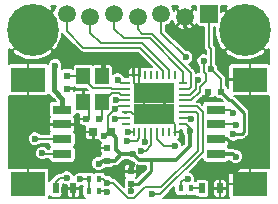
<source format=gtl>
G04 #@! TF.FileFunction,Copper,L1,Top,Signal*
%FSLAX46Y46*%
G04 Gerber Fmt 4.6, Leading zero omitted, Abs format (unit mm)*
G04 Created by KiCad (PCBNEW 4.0.7) date 02/04/18 23:39:56*
%MOMM*%
%LPD*%
G01*
G04 APERTURE LIST*
%ADD10C,0.100000*%
%ADD11R,0.600000X0.500000*%
%ADD12C,4.400000*%
%ADD13R,0.800000X0.750000*%
%ADD14R,0.500000X0.600000*%
%ADD15R,1.600000X0.800000*%
%ADD16R,3.000000X2.100000*%
%ADD17R,0.400000X0.600000*%
%ADD18R,0.700000X0.250000*%
%ADD19R,0.250000X0.700000*%
%ADD20R,1.725000X1.725000*%
%ADD21R,1.150000X1.400000*%
%ADD22R,0.500000X0.900000*%
%ADD23C,1.500000*%
%ADD24R,1.500000X1.500000*%
%ADD25C,0.600000*%
%ADD26C,0.250000*%
%ADD27C,0.200000*%
%ADD28C,0.160000*%
%ADD29C,0.300000*%
%ADD30C,0.180000*%
%ADD31C,0.400000*%
G04 APERTURE END LIST*
D10*
D11*
X18350000Y9400000D03*
X17250000Y9400000D03*
D12*
X20400000Y14600000D03*
X2400000Y14600000D03*
D13*
X9050000Y6000000D03*
X7550000Y6000000D03*
D11*
X8050000Y7100000D03*
X6950000Y7100000D03*
D14*
X5300000Y10750000D03*
X5300000Y9650000D03*
X8700000Y3550000D03*
X8700000Y4650000D03*
D15*
X17900000Y7875000D03*
X17900000Y6625000D03*
X17900000Y5375000D03*
X17900000Y4125000D03*
D16*
X20800000Y1575000D03*
X20800000Y10425000D03*
D15*
X4900000Y4125000D03*
X4900000Y5375000D03*
X4900000Y6625000D03*
X4900000Y7875000D03*
D16*
X2000000Y10425000D03*
X2000000Y1575000D03*
D17*
X7150000Y2000000D03*
X8050000Y2000000D03*
X7150000Y1000000D03*
X8050000Y1000000D03*
X14950000Y1200000D03*
X15850000Y1200000D03*
D18*
X10300000Y10150000D03*
X10300000Y9650000D03*
X10300000Y9150000D03*
X10300000Y8650000D03*
X10300000Y8150000D03*
X10300000Y7650000D03*
X10300000Y7150000D03*
X10300000Y6650000D03*
D19*
X10950000Y6000000D03*
X11450000Y6000000D03*
X11950000Y6000000D03*
X12450000Y6000000D03*
X12950000Y6000000D03*
X13450000Y6000000D03*
X13950000Y6000000D03*
X14450000Y6000000D03*
D18*
X15100000Y6650000D03*
X15100000Y7150000D03*
X15100000Y7650000D03*
X15100000Y8150000D03*
X15100000Y8650000D03*
X15100000Y9150000D03*
X15100000Y9650000D03*
X15100000Y10150000D03*
D19*
X14450000Y10800000D03*
X13950000Y10800000D03*
X13450000Y10800000D03*
X12950000Y10800000D03*
X12450000Y10800000D03*
X11950000Y10800000D03*
X11450000Y10800000D03*
X10950000Y10800000D03*
D20*
X13562500Y7537500D03*
X13562500Y9262500D03*
X11837500Y7537500D03*
X11837500Y9262500D03*
D21*
X6700000Y8500000D03*
X6700000Y10700000D03*
X8300000Y10700000D03*
X8300000Y8500000D03*
D22*
X5850000Y1200000D03*
X4350000Y1200000D03*
X18250000Y1200000D03*
X16750000Y1200000D03*
D14*
X10700000Y1550000D03*
X10700000Y2650000D03*
D23*
X5300000Y16000000D03*
X7300000Y15700000D03*
X9300000Y16000000D03*
X11300000Y15700000D03*
X13300000Y16000000D03*
D24*
X17300000Y16000000D03*
D23*
X15300000Y15700000D03*
D25*
X6450000Y2000000D03*
X8450000Y5650000D03*
X9400000Y7900000D03*
X8000000Y3300000D03*
X15700000Y6100000D03*
X10900000Y4100000D03*
X10700000Y1000000D03*
X19400000Y5800000D03*
X17500000Y11300000D03*
X9600000Y10400000D03*
X5100000Y1100000D03*
X6500000Y2800000D03*
X20100000Y8800000D03*
X19200000Y2700000D03*
X16100000Y11600000D03*
X6400000Y4700000D03*
X11500000Y8700000D03*
X10800000Y3200000D03*
X17000000Y8900000D03*
X11000000Y11900000D03*
X8500000Y11900000D03*
X9500000Y8700000D03*
X15400000Y12300000D03*
X19600000Y3900000D03*
X4300000Y11600000D03*
X3200000Y4200000D03*
X19400000Y7600000D03*
X2600000Y5400000D03*
X19600000Y6600000D03*
X10400000Y5200000D03*
X8700000Y1700000D03*
X12500000Y700000D03*
X8700000Y900000D03*
X9400000Y7100000D03*
X14450000Y4800000D03*
X15530000Y1990000D03*
X15800000Y7100000D03*
X16900000Y12000000D03*
X16400000Y10400000D03*
X11900000Y5100000D03*
X10500000Y6000000D03*
X11600000Y4400000D03*
X5300000Y2100000D03*
D26*
X20300000Y6000000D02*
X20300000Y7600000D01*
X20300000Y7600000D02*
X19200000Y8700000D01*
D27*
X6450000Y2000000D02*
X7150000Y2000000D01*
D26*
X10700000Y1550000D02*
X11300000Y1550000D01*
X12450000Y2700000D02*
X12450000Y3600000D01*
X11300000Y1550000D02*
X12450000Y2700000D01*
D28*
X8450000Y5650000D02*
X8800000Y6000000D01*
X8800000Y6000000D02*
X9050000Y6000000D01*
D27*
X9400000Y7900000D02*
X8800000Y7300000D01*
D28*
X9650000Y8150000D02*
X9400000Y7900000D01*
X10300000Y8150000D02*
X9650000Y8150000D01*
D27*
X8800000Y7300000D02*
X8800000Y6250000D01*
X8800000Y6250000D02*
X9050000Y6000000D01*
D29*
X9900000Y4100000D02*
X9500000Y4500000D01*
X9500000Y5500000D02*
X9050000Y5950000D01*
X9500000Y5300000D02*
X9500000Y5500000D01*
X9500000Y4500000D02*
X9500000Y5300000D01*
X9050000Y5950000D02*
X9050000Y6000000D01*
X10900000Y4100000D02*
X9900000Y4100000D01*
X9350000Y3550000D02*
X8700000Y3550000D01*
X9900000Y4100000D02*
X9350000Y3550000D01*
X8700000Y3550000D02*
X8350000Y3550000D01*
X8350000Y3550000D02*
X8000000Y3300000D01*
X10900000Y4100000D02*
X11400000Y3600000D01*
X11400000Y3600000D02*
X12450000Y3600000D01*
X15700000Y4800000D02*
X15700000Y6100000D01*
X12450000Y3600000D02*
X14500000Y3600000D01*
X14500000Y3600000D02*
X15700000Y4800000D01*
D28*
X15100000Y6650000D02*
X15350000Y6650000D01*
X15350000Y6650000D02*
X15700000Y6300000D01*
X15700000Y6300000D02*
X15700000Y6100000D01*
X7150000Y1000000D02*
X7150000Y2000000D01*
X10700000Y1000000D02*
X10700000Y1550000D01*
D27*
X17300000Y16000000D02*
X17300000Y13200000D01*
X17500000Y13000000D02*
X17500000Y11300000D01*
X17300000Y13200000D02*
X17500000Y13000000D01*
D26*
X19050000Y8700000D02*
X18350000Y9400000D01*
X19200000Y8700000D02*
X19050000Y8700000D01*
X20100000Y5800000D02*
X20300000Y6000000D01*
X19400000Y5800000D02*
X20100000Y5800000D01*
D27*
X18350000Y9400000D02*
X18350000Y10450000D01*
X18350000Y10450000D02*
X17500000Y11300000D01*
D28*
X10300000Y10150000D02*
X9850000Y10150000D01*
X9850000Y10150000D02*
X9600000Y10400000D01*
D29*
X20400000Y4700000D02*
X21200000Y4700000D01*
X19200000Y2700000D02*
X19600000Y2700000D01*
X19600000Y2700000D02*
X21200000Y4300000D01*
X21200000Y4300000D02*
X21200000Y4700000D01*
X21200000Y4700000D02*
X21200000Y5500000D01*
D27*
X5850000Y1200000D02*
X5200000Y1200000D01*
X5200000Y1200000D02*
X5100000Y1100000D01*
D29*
X19500000Y4700000D02*
X20400000Y4700000D01*
X21200000Y5500000D02*
X21200000Y7700000D01*
X21200000Y7700000D02*
X20100000Y8800000D01*
X18825000Y5375000D02*
X17900000Y5375000D01*
X19500000Y4700000D02*
X18825000Y5375000D01*
X16100000Y11600000D02*
X16100000Y14100000D01*
X16100000Y14100000D02*
X15300000Y14900000D01*
X15300000Y14900000D02*
X15300000Y15700000D01*
D28*
X11500000Y8700000D02*
X11837500Y9037500D01*
X11837500Y9037500D02*
X11837500Y9262500D01*
X7150000Y7100000D02*
X7150000Y8050000D01*
X7150000Y8050000D02*
X6700000Y8500000D01*
X10700000Y2650000D02*
X10700000Y3100000D01*
X10700000Y3100000D02*
X10800000Y3200000D01*
X10950000Y10800000D02*
X10950000Y10150000D01*
X10950000Y10150000D02*
X11837500Y9262500D01*
X14450000Y6000000D02*
X14450000Y6650000D01*
X14450000Y6650000D02*
X13562500Y7537500D01*
X11450000Y10800000D02*
X11450000Y9650000D01*
X11450000Y9650000D02*
X11837500Y9262500D01*
X11837500Y7537500D02*
X10862500Y7537500D01*
X10750000Y7650000D02*
X10300000Y7650000D01*
X10862500Y7537500D02*
X10750000Y7650000D01*
D26*
X17250000Y9400000D02*
X17250000Y9150000D01*
X17250000Y9150000D02*
X17000000Y8900000D01*
D30*
X11450000Y10800000D02*
X11450000Y11450000D01*
X11450000Y11450000D02*
X11000000Y11900000D01*
X10950000Y11850000D02*
X10950000Y10800000D01*
X11000000Y11900000D02*
X10950000Y11850000D01*
D28*
X8500000Y10700000D02*
X8500000Y11900000D01*
X6900000Y8500000D02*
X6900000Y8600000D01*
X7150000Y8250000D02*
X6900000Y8500000D01*
X10300000Y8650000D02*
X9550000Y8650000D01*
X9550000Y8650000D02*
X9500000Y8700000D01*
X13300000Y14400000D02*
X13300000Y16000000D01*
X15400000Y12300000D02*
X13300000Y14400000D01*
D29*
X17900000Y4125000D02*
X19375000Y4125000D01*
X19375000Y4125000D02*
X19600000Y3900000D01*
D31*
X4900000Y8800000D02*
X4900000Y7875000D01*
X4300000Y11600000D02*
X4200000Y11500000D01*
X4200000Y11500000D02*
X4200000Y9500000D01*
X4200000Y9500000D02*
X4900000Y8800000D01*
D28*
X8250000Y7100000D02*
X8250000Y8450000D01*
X8250000Y8450000D02*
X8300000Y8500000D01*
X10300000Y9150000D02*
X9850000Y9150000D01*
X9100000Y9300000D02*
X8300000Y8500000D01*
X9700000Y9300000D02*
X9100000Y9300000D01*
X9850000Y9150000D02*
X9700000Y9300000D01*
X8250000Y8250000D02*
X8500000Y8500000D01*
X8500000Y8500000D02*
X8500000Y8600000D01*
X5300000Y10750000D02*
X6650000Y10750000D01*
X6650000Y10750000D02*
X6700000Y10700000D01*
X10300000Y9650000D02*
X9150000Y9650000D01*
X7500000Y9700000D02*
X6700000Y10500000D01*
X9100000Y9700000D02*
X7500000Y9700000D01*
X9150000Y9650000D02*
X9100000Y9700000D01*
X6700000Y10500000D02*
X6700000Y10700000D01*
X6550000Y10350000D02*
X6900000Y10700000D01*
X6900000Y10700000D02*
X6900000Y10600000D01*
X12300000Y14300000D02*
X12500000Y14300000D01*
X12500000Y14300000D02*
X15800000Y11000000D01*
X11300000Y15700000D02*
X11300000Y14700000D01*
X15650000Y9650000D02*
X15100000Y9650000D01*
X15800000Y9800000D02*
X15650000Y9650000D01*
X15800000Y11000000D02*
X15800000Y9800000D01*
X11700000Y14300000D02*
X12300000Y14300000D01*
X11300000Y14700000D02*
X11700000Y14300000D01*
X11900000Y13900000D02*
X12300000Y13900000D01*
X12300000Y13900000D02*
X15100000Y11100000D01*
X9300000Y16000000D02*
X9300000Y14700000D01*
X15100000Y11100000D02*
X15100000Y10150000D01*
X10100000Y13900000D02*
X11900000Y13900000D01*
X9300000Y14700000D02*
X10100000Y13900000D01*
X11400000Y13500000D02*
X11700000Y13500000D01*
X11700000Y13500000D02*
X13950000Y11250000D01*
X13950000Y10800000D02*
X13950000Y11250000D01*
X7300000Y14400000D02*
X7300000Y15700000D01*
X8200000Y13500000D02*
X7300000Y14400000D01*
X11400000Y13500000D02*
X8200000Y13500000D01*
X13450000Y10800000D02*
X13450000Y11150000D01*
X13450000Y11150000D02*
X11500000Y13100000D01*
X5300000Y14500000D02*
X5300000Y16000000D01*
X6700000Y13100000D02*
X5300000Y14500000D01*
X11500000Y13100000D02*
X6700000Y13100000D01*
D30*
X17900000Y7875000D02*
X19125000Y7875000D01*
X3275000Y4125000D02*
X4900000Y4125000D01*
X3200000Y4200000D02*
X3275000Y4125000D01*
X19125000Y7875000D02*
X19400000Y7600000D01*
X17900000Y6625000D02*
X19575000Y6625000D01*
X2625000Y5375000D02*
X4900000Y5375000D01*
X2600000Y5400000D02*
X2625000Y5375000D01*
X19575000Y6625000D02*
X19600000Y6600000D01*
D28*
X11450000Y5450000D02*
X11450000Y6000000D01*
X11200000Y5200000D02*
X11450000Y5450000D01*
X10900000Y5200000D02*
X11200000Y5200000D01*
X10400000Y5200000D02*
X10900000Y5200000D01*
X15100000Y7650000D02*
X16250000Y7650000D01*
X9200000Y1700000D02*
X8700000Y1700000D01*
X10500000Y400000D02*
X9200000Y1700000D01*
X11000000Y400000D02*
X10500000Y400000D01*
X11900000Y1300000D02*
X11000000Y400000D01*
X13300000Y1300000D02*
X11900000Y1300000D01*
X16400000Y4400000D02*
X13300000Y1300000D01*
X16400000Y7500000D02*
X16400000Y4400000D01*
X16250000Y7650000D02*
X16400000Y7500000D01*
X8400000Y2000000D02*
X8050000Y2000000D01*
X8700000Y1700000D02*
X8400000Y2000000D01*
X15100000Y8150000D02*
X16350000Y8150000D01*
X13200000Y700000D02*
X12500000Y700000D01*
X16800000Y4300000D02*
X13200000Y700000D01*
X16800000Y7700000D02*
X16800000Y4300000D01*
X16350000Y8150000D02*
X16800000Y7700000D01*
X8600000Y1000000D02*
X8050000Y1000000D01*
X8700000Y900000D02*
X8600000Y1000000D01*
X10300000Y7150000D02*
X9450000Y7150000D01*
X9450000Y7150000D02*
X9400000Y7100000D01*
X12950000Y5350000D02*
X13500000Y4800000D01*
X13500000Y4800000D02*
X14450000Y4800000D01*
X12950000Y6000000D02*
X12950000Y5350000D01*
X14950000Y1770000D02*
X14950000Y1200000D01*
X15140000Y1960000D02*
X14950000Y1770000D01*
X15500000Y1960000D02*
X15140000Y1960000D01*
X15530000Y1990000D02*
X15500000Y1960000D01*
X15100000Y7150000D02*
X15750000Y7150000D01*
X15750000Y7150000D02*
X15800000Y7100000D01*
X15100000Y8650000D02*
X15850000Y8650000D01*
X16900000Y11100000D02*
X16900000Y12000000D01*
X17100000Y10900000D02*
X16900000Y11100000D01*
X17100000Y10300000D02*
X17100000Y10900000D01*
X16600000Y9800000D02*
X17100000Y10300000D01*
X16600000Y9400000D02*
X16600000Y9800000D01*
X15850000Y8650000D02*
X16600000Y9400000D01*
X15750000Y9150000D02*
X15100000Y9150000D01*
X16200000Y9600000D02*
X15750000Y9150000D01*
X16200000Y10200000D02*
X16200000Y9600000D01*
X16400000Y10400000D02*
X16200000Y10200000D01*
X11950000Y6000000D02*
X11950000Y5150000D01*
X11950000Y5150000D02*
X11900000Y5100000D01*
X10500000Y6000000D02*
X10950000Y6000000D01*
X12000000Y4400000D02*
X12450000Y4850000D01*
X11800000Y4400000D02*
X12000000Y4400000D01*
X11600000Y4400000D02*
X11800000Y4400000D01*
X12450000Y6000000D02*
X12450000Y4850000D01*
D27*
X4350000Y1200000D02*
X4350000Y1750000D01*
X4700000Y2100000D02*
X5300000Y2100000D01*
X4350000Y1750000D02*
X4700000Y2100000D01*
D28*
X15850000Y1200000D02*
X16750000Y1200000D01*
G36*
X4942668Y1566224D02*
X5174136Y1470110D01*
X5270000Y1470026D01*
X5270000Y1302500D01*
X5352500Y1220000D01*
X5830000Y1220000D01*
X5830000Y1240000D01*
X5870000Y1240000D01*
X5870000Y1220000D01*
X6347500Y1220000D01*
X6430000Y1302500D01*
X6430000Y1370017D01*
X6574765Y1369891D01*
X6632521Y1393755D01*
X6613535Y1300000D01*
X6613535Y700000D01*
X6636546Y577709D01*
X6708819Y465393D01*
X6819096Y390044D01*
X6868694Y380000D01*
X3797129Y380000D01*
X3830000Y459359D01*
X3830000Y560179D01*
X3858819Y515393D01*
X3969096Y440044D01*
X4100000Y413535D01*
X4600000Y413535D01*
X4722291Y436546D01*
X4834607Y508819D01*
X4909956Y619096D01*
X4936465Y750000D01*
X4936465Y1097500D01*
X5270000Y1097500D01*
X5270000Y684359D01*
X5320240Y563070D01*
X5413070Y470239D01*
X5534359Y420000D01*
X5747500Y420000D01*
X5830000Y502500D01*
X5830000Y1180000D01*
X5870000Y1180000D01*
X5870000Y502500D01*
X5952500Y420000D01*
X6165641Y420000D01*
X6286930Y470239D01*
X6379760Y563070D01*
X6430000Y684359D01*
X6430000Y1097500D01*
X6347500Y1180000D01*
X5870000Y1180000D01*
X5830000Y1180000D01*
X5352500Y1180000D01*
X5270000Y1097500D01*
X4936465Y1097500D01*
X4936465Y1572438D01*
X4942668Y1566224D01*
X4942668Y1566224D01*
G37*
X4942668Y1566224D02*
X5174136Y1470110D01*
X5270000Y1470026D01*
X5270000Y1302500D01*
X5352500Y1220000D01*
X5830000Y1220000D01*
X5830000Y1240000D01*
X5870000Y1240000D01*
X5870000Y1220000D01*
X6347500Y1220000D01*
X6430000Y1302500D01*
X6430000Y1370017D01*
X6574765Y1369891D01*
X6632521Y1393755D01*
X6613535Y1300000D01*
X6613535Y700000D01*
X6636546Y577709D01*
X6708819Y465393D01*
X6819096Y390044D01*
X6868694Y380000D01*
X3797129Y380000D01*
X3830000Y459359D01*
X3830000Y560179D01*
X3858819Y515393D01*
X3969096Y440044D01*
X4100000Y413535D01*
X4600000Y413535D01*
X4722291Y436546D01*
X4834607Y508819D01*
X4909956Y619096D01*
X4936465Y750000D01*
X4936465Y1097500D01*
X5270000Y1097500D01*
X5270000Y684359D01*
X5320240Y563070D01*
X5413070Y470239D01*
X5534359Y420000D01*
X5747500Y420000D01*
X5830000Y502500D01*
X5830000Y1180000D01*
X5870000Y1180000D01*
X5870000Y502500D01*
X5952500Y420000D01*
X6165641Y420000D01*
X6286930Y470239D01*
X6379760Y563070D01*
X6430000Y684359D01*
X6430000Y1097500D01*
X6347500Y1180000D01*
X5870000Y1180000D01*
X5830000Y1180000D01*
X5352500Y1180000D01*
X5270000Y1097500D01*
X4936465Y1097500D01*
X4936465Y1572438D01*
X4942668Y1566224D01*
G36*
X18648506Y16379778D02*
X20400000Y14628284D01*
X20414143Y14642426D01*
X20442427Y14614142D01*
X20428284Y14600000D01*
X22179778Y12848506D01*
X22420000Y13037991D01*
X22420000Y11782484D01*
X22365641Y11805000D01*
X20902500Y11805000D01*
X20820000Y11722500D01*
X20820000Y10445000D01*
X20840000Y10445000D01*
X20840000Y10405000D01*
X20820000Y10405000D01*
X20820000Y9127500D01*
X20902500Y9045000D01*
X22365641Y9045000D01*
X22420000Y9067516D01*
X22420000Y2932484D01*
X22365641Y2955000D01*
X20902500Y2955000D01*
X20820000Y2872500D01*
X20820000Y1595000D01*
X20840000Y1595000D01*
X20840000Y1555000D01*
X20820000Y1555000D01*
X20820000Y1535000D01*
X20780000Y1535000D01*
X20780000Y1555000D01*
X19052500Y1555000D01*
X18970000Y1472500D01*
X18970000Y459359D01*
X19002871Y380000D01*
X13444887Y380000D01*
X13489914Y410086D01*
X14413535Y1333707D01*
X14413535Y900000D01*
X14436546Y777709D01*
X14508819Y665393D01*
X14619096Y590044D01*
X14750000Y563535D01*
X15150000Y563535D01*
X15272291Y586546D01*
X15384607Y658819D01*
X15399255Y680257D01*
X15408819Y665393D01*
X15519096Y590044D01*
X15650000Y563535D01*
X16050000Y563535D01*
X16172291Y586546D01*
X16201103Y605086D01*
X16258819Y515393D01*
X16369096Y440044D01*
X16500000Y413535D01*
X17000000Y413535D01*
X17122291Y436546D01*
X17234607Y508819D01*
X17309956Y619096D01*
X17336465Y750000D01*
X17336465Y1097500D01*
X17670000Y1097500D01*
X17670000Y684359D01*
X17720240Y563070D01*
X17813070Y470239D01*
X17934359Y420000D01*
X18147500Y420000D01*
X18230000Y502500D01*
X18230000Y1180000D01*
X18270000Y1180000D01*
X18270000Y502500D01*
X18352500Y420000D01*
X18565641Y420000D01*
X18686930Y470239D01*
X18779760Y563070D01*
X18830000Y684359D01*
X18830000Y1097500D01*
X18747500Y1180000D01*
X18270000Y1180000D01*
X18230000Y1180000D01*
X17752500Y1180000D01*
X17670000Y1097500D01*
X17336465Y1097500D01*
X17336465Y1650000D01*
X17324114Y1715641D01*
X17670000Y1715641D01*
X17670000Y1302500D01*
X17752500Y1220000D01*
X18230000Y1220000D01*
X18230000Y1897500D01*
X18270000Y1897500D01*
X18270000Y1220000D01*
X18747500Y1220000D01*
X18830000Y1302500D01*
X18830000Y1715641D01*
X18779760Y1836930D01*
X18686930Y1929761D01*
X18565641Y1980000D01*
X18352500Y1980000D01*
X18270000Y1897500D01*
X18230000Y1897500D01*
X18147500Y1980000D01*
X17934359Y1980000D01*
X17813070Y1929761D01*
X17720240Y1836930D01*
X17670000Y1715641D01*
X17324114Y1715641D01*
X17313454Y1772291D01*
X17241181Y1884607D01*
X17130904Y1959956D01*
X17000000Y1986465D01*
X16500000Y1986465D01*
X16377709Y1963454D01*
X16265393Y1891181D01*
X16200668Y1796452D01*
X16180904Y1809956D01*
X16140767Y1818084D01*
X16159890Y1864136D01*
X16160109Y2114765D01*
X16064399Y2346400D01*
X15887332Y2523776D01*
X15686851Y2607023D01*
X15770469Y2690641D01*
X18970000Y2690641D01*
X18970000Y1677500D01*
X19052500Y1595000D01*
X20780000Y1595000D01*
X20780000Y2872500D01*
X20697500Y2955000D01*
X19234359Y2955000D01*
X19113070Y2904760D01*
X19020239Y2811930D01*
X18970000Y2690641D01*
X15770469Y2690641D01*
X16770074Y3690246D01*
X16786546Y3602709D01*
X16858819Y3490393D01*
X16969096Y3415044D01*
X17100000Y3388535D01*
X18700000Y3388535D01*
X18822291Y3411546D01*
X18934607Y3483819D01*
X19009956Y3594096D01*
X19020264Y3645000D01*
X19023703Y3645000D01*
X19065601Y3543600D01*
X19242668Y3366224D01*
X19474136Y3270110D01*
X19724765Y3269891D01*
X19956400Y3365601D01*
X20133776Y3542668D01*
X20229890Y3774136D01*
X20230109Y4024765D01*
X20134399Y4256400D01*
X19957332Y4433776D01*
X19725864Y4529890D01*
X19616272Y4529986D01*
X19558688Y4568462D01*
X19375000Y4605000D01*
X19021412Y4605000D01*
X19013454Y4647291D01*
X18945142Y4753451D01*
X18979761Y4788070D01*
X19030000Y4909359D01*
X19030000Y5272500D01*
X18947502Y5354998D01*
X18954048Y5354998D01*
X19042668Y5266224D01*
X19274136Y5170110D01*
X19524765Y5169891D01*
X19756400Y5265601D01*
X19835938Y5345000D01*
X20099995Y5345000D01*
X20100000Y5344999D01*
X20274121Y5379635D01*
X20421734Y5478266D01*
X20621731Y5678264D01*
X20621734Y5678266D01*
X20720365Y5825879D01*
X20723301Y5840641D01*
X20755001Y6000000D01*
X20755000Y6000005D01*
X20755000Y7599995D01*
X20755001Y7600000D01*
X20720365Y7774121D01*
X20621734Y7921734D01*
X19521734Y9021734D01*
X19486914Y9045000D01*
X20697500Y9045000D01*
X20780000Y9127500D01*
X20780000Y10405000D01*
X19052500Y10405000D01*
X18970000Y10322500D01*
X18970000Y9737503D01*
X18963454Y9772291D01*
X18891181Y9884607D01*
X18780904Y9959956D01*
X18780000Y9960139D01*
X18780000Y10450000D01*
X18747268Y10614554D01*
X18654056Y10754056D01*
X18129981Y11278131D01*
X18130109Y11424765D01*
X18082230Y11540641D01*
X18970000Y11540641D01*
X18970000Y10527500D01*
X19052500Y10445000D01*
X20780000Y10445000D01*
X20780000Y11722500D01*
X20697500Y11805000D01*
X19234359Y11805000D01*
X19113070Y11754760D01*
X19020239Y11661930D01*
X18970000Y11540641D01*
X18082230Y11540641D01*
X18034399Y11656400D01*
X17930000Y11760981D01*
X17930000Y12820222D01*
X18648506Y12820222D01*
X18899995Y12501394D01*
X19817278Y12087114D01*
X20823276Y12055398D01*
X21764833Y12411075D01*
X21900005Y12501394D01*
X22151494Y12820222D01*
X20400000Y14571716D01*
X18648506Y12820222D01*
X17930000Y12820222D01*
X17930000Y13000000D01*
X17897268Y13164554D01*
X17804056Y13304056D01*
X17730000Y13378112D01*
X17730000Y14913535D01*
X17878627Y14913535D01*
X17855398Y14176724D01*
X18211075Y13235167D01*
X18301394Y13099995D01*
X18620222Y12848506D01*
X20371716Y14600000D01*
X18620222Y16351494D01*
X18386465Y16167108D01*
X18386465Y16620000D01*
X18837991Y16620000D01*
X18648506Y16379778D01*
X18648506Y16379778D01*
G37*
X18648506Y16379778D02*
X20400000Y14628284D01*
X20414143Y14642426D01*
X20442427Y14614142D01*
X20428284Y14600000D01*
X22179778Y12848506D01*
X22420000Y13037991D01*
X22420000Y11782484D01*
X22365641Y11805000D01*
X20902500Y11805000D01*
X20820000Y11722500D01*
X20820000Y10445000D01*
X20840000Y10445000D01*
X20840000Y10405000D01*
X20820000Y10405000D01*
X20820000Y9127500D01*
X20902500Y9045000D01*
X22365641Y9045000D01*
X22420000Y9067516D01*
X22420000Y2932484D01*
X22365641Y2955000D01*
X20902500Y2955000D01*
X20820000Y2872500D01*
X20820000Y1595000D01*
X20840000Y1595000D01*
X20840000Y1555000D01*
X20820000Y1555000D01*
X20820000Y1535000D01*
X20780000Y1535000D01*
X20780000Y1555000D01*
X19052500Y1555000D01*
X18970000Y1472500D01*
X18970000Y459359D01*
X19002871Y380000D01*
X13444887Y380000D01*
X13489914Y410086D01*
X14413535Y1333707D01*
X14413535Y900000D01*
X14436546Y777709D01*
X14508819Y665393D01*
X14619096Y590044D01*
X14750000Y563535D01*
X15150000Y563535D01*
X15272291Y586546D01*
X15384607Y658819D01*
X15399255Y680257D01*
X15408819Y665393D01*
X15519096Y590044D01*
X15650000Y563535D01*
X16050000Y563535D01*
X16172291Y586546D01*
X16201103Y605086D01*
X16258819Y515393D01*
X16369096Y440044D01*
X16500000Y413535D01*
X17000000Y413535D01*
X17122291Y436546D01*
X17234607Y508819D01*
X17309956Y619096D01*
X17336465Y750000D01*
X17336465Y1097500D01*
X17670000Y1097500D01*
X17670000Y684359D01*
X17720240Y563070D01*
X17813070Y470239D01*
X17934359Y420000D01*
X18147500Y420000D01*
X18230000Y502500D01*
X18230000Y1180000D01*
X18270000Y1180000D01*
X18270000Y502500D01*
X18352500Y420000D01*
X18565641Y420000D01*
X18686930Y470239D01*
X18779760Y563070D01*
X18830000Y684359D01*
X18830000Y1097500D01*
X18747500Y1180000D01*
X18270000Y1180000D01*
X18230000Y1180000D01*
X17752500Y1180000D01*
X17670000Y1097500D01*
X17336465Y1097500D01*
X17336465Y1650000D01*
X17324114Y1715641D01*
X17670000Y1715641D01*
X17670000Y1302500D01*
X17752500Y1220000D01*
X18230000Y1220000D01*
X18230000Y1897500D01*
X18270000Y1897500D01*
X18270000Y1220000D01*
X18747500Y1220000D01*
X18830000Y1302500D01*
X18830000Y1715641D01*
X18779760Y1836930D01*
X18686930Y1929761D01*
X18565641Y1980000D01*
X18352500Y1980000D01*
X18270000Y1897500D01*
X18230000Y1897500D01*
X18147500Y1980000D01*
X17934359Y1980000D01*
X17813070Y1929761D01*
X17720240Y1836930D01*
X17670000Y1715641D01*
X17324114Y1715641D01*
X17313454Y1772291D01*
X17241181Y1884607D01*
X17130904Y1959956D01*
X17000000Y1986465D01*
X16500000Y1986465D01*
X16377709Y1963454D01*
X16265393Y1891181D01*
X16200668Y1796452D01*
X16180904Y1809956D01*
X16140767Y1818084D01*
X16159890Y1864136D01*
X16160109Y2114765D01*
X16064399Y2346400D01*
X15887332Y2523776D01*
X15686851Y2607023D01*
X15770469Y2690641D01*
X18970000Y2690641D01*
X18970000Y1677500D01*
X19052500Y1595000D01*
X20780000Y1595000D01*
X20780000Y2872500D01*
X20697500Y2955000D01*
X19234359Y2955000D01*
X19113070Y2904760D01*
X19020239Y2811930D01*
X18970000Y2690641D01*
X15770469Y2690641D01*
X16770074Y3690246D01*
X16786546Y3602709D01*
X16858819Y3490393D01*
X16969096Y3415044D01*
X17100000Y3388535D01*
X18700000Y3388535D01*
X18822291Y3411546D01*
X18934607Y3483819D01*
X19009956Y3594096D01*
X19020264Y3645000D01*
X19023703Y3645000D01*
X19065601Y3543600D01*
X19242668Y3366224D01*
X19474136Y3270110D01*
X19724765Y3269891D01*
X19956400Y3365601D01*
X20133776Y3542668D01*
X20229890Y3774136D01*
X20230109Y4024765D01*
X20134399Y4256400D01*
X19957332Y4433776D01*
X19725864Y4529890D01*
X19616272Y4529986D01*
X19558688Y4568462D01*
X19375000Y4605000D01*
X19021412Y4605000D01*
X19013454Y4647291D01*
X18945142Y4753451D01*
X18979761Y4788070D01*
X19030000Y4909359D01*
X19030000Y5272500D01*
X18947502Y5354998D01*
X18954048Y5354998D01*
X19042668Y5266224D01*
X19274136Y5170110D01*
X19524765Y5169891D01*
X19756400Y5265601D01*
X19835938Y5345000D01*
X20099995Y5345000D01*
X20100000Y5344999D01*
X20274121Y5379635D01*
X20421734Y5478266D01*
X20621731Y5678264D01*
X20621734Y5678266D01*
X20720365Y5825879D01*
X20723301Y5840641D01*
X20755001Y6000000D01*
X20755000Y6000005D01*
X20755000Y7599995D01*
X20755001Y7600000D01*
X20720365Y7774121D01*
X20621734Y7921734D01*
X19521734Y9021734D01*
X19486914Y9045000D01*
X20697500Y9045000D01*
X20780000Y9127500D01*
X20780000Y10405000D01*
X19052500Y10405000D01*
X18970000Y10322500D01*
X18970000Y9737503D01*
X18963454Y9772291D01*
X18891181Y9884607D01*
X18780904Y9959956D01*
X18780000Y9960139D01*
X18780000Y10450000D01*
X18747268Y10614554D01*
X18654056Y10754056D01*
X18129981Y11278131D01*
X18130109Y11424765D01*
X18082230Y11540641D01*
X18970000Y11540641D01*
X18970000Y10527500D01*
X19052500Y10445000D01*
X20780000Y10445000D01*
X20780000Y11722500D01*
X20697500Y11805000D01*
X19234359Y11805000D01*
X19113070Y11754760D01*
X19020239Y11661930D01*
X18970000Y11540641D01*
X18082230Y11540641D01*
X18034399Y11656400D01*
X17930000Y11760981D01*
X17930000Y12820222D01*
X18648506Y12820222D01*
X18899995Y12501394D01*
X19817278Y12087114D01*
X20823276Y12055398D01*
X21764833Y12411075D01*
X21900005Y12501394D01*
X22151494Y12820222D01*
X20400000Y14571716D01*
X18648506Y12820222D01*
X17930000Y12820222D01*
X17930000Y13000000D01*
X17897268Y13164554D01*
X17804056Y13304056D01*
X17730000Y13378112D01*
X17730000Y14913535D01*
X17878627Y14913535D01*
X17855398Y14176724D01*
X18211075Y13235167D01*
X18301394Y13099995D01*
X18620222Y12848506D01*
X20371716Y14600000D01*
X18620222Y16351494D01*
X18386465Y16167108D01*
X18386465Y16620000D01*
X18837991Y16620000D01*
X18648506Y16379778D01*
G36*
X4384955Y16612569D02*
X4252671Y16293996D01*
X4179778Y16351494D01*
X2428284Y14600000D01*
X4179778Y12848506D01*
X4498606Y13099995D01*
X4912886Y14017278D01*
X4923070Y14340313D01*
X5010086Y14210086D01*
X6410086Y12810086D01*
X6543099Y12721209D01*
X6700000Y12690000D01*
X11330172Y12690000D01*
X12533708Y11486465D01*
X12325000Y11486465D01*
X12202709Y11463454D01*
X12199339Y11461285D01*
X12075000Y11486465D01*
X11825000Y11486465D01*
X11702709Y11463454D01*
X11694045Y11457879D01*
X11640641Y11480000D01*
X11552500Y11480000D01*
X11470000Y11397500D01*
X11470000Y10820000D01*
X11488535Y10820000D01*
X11488535Y10780000D01*
X11470000Y10780000D01*
X11470000Y10760000D01*
X11430000Y10760000D01*
X11430000Y10780000D01*
X10970000Y10780000D01*
X10970000Y10760000D01*
X10930000Y10760000D01*
X10930000Y10780000D01*
X10577500Y10780000D01*
X10495000Y10697500D01*
X10495000Y10611465D01*
X10194285Y10611465D01*
X10134399Y10756400D01*
X9957332Y10933776D01*
X9725864Y11029890D01*
X9475235Y11030109D01*
X9243600Y10934399D01*
X9205000Y10895866D01*
X9205000Y11215641D01*
X10495000Y11215641D01*
X10495000Y10902500D01*
X10577500Y10820000D01*
X10930000Y10820000D01*
X10930000Y11397500D01*
X10970000Y11397500D01*
X10970000Y10820000D01*
X11430000Y10820000D01*
X11430000Y11397500D01*
X11347500Y11480000D01*
X11259359Y11480000D01*
X11200000Y11455412D01*
X11140641Y11480000D01*
X11052500Y11480000D01*
X10970000Y11397500D01*
X10930000Y11397500D01*
X10847500Y11480000D01*
X10759359Y11480000D01*
X10638070Y11429760D01*
X10545239Y11336930D01*
X10495000Y11215641D01*
X9205000Y11215641D01*
X9205000Y11465641D01*
X9154761Y11586930D01*
X9061930Y11679760D01*
X8940641Y11730000D01*
X8402500Y11730000D01*
X8320000Y11647500D01*
X8320000Y10720000D01*
X8340000Y10720000D01*
X8340000Y10680000D01*
X8320000Y10680000D01*
X8320000Y10660000D01*
X8280000Y10660000D01*
X8280000Y10680000D01*
X8260000Y10680000D01*
X8260000Y10720000D01*
X8280000Y10720000D01*
X8280000Y11647500D01*
X8197500Y11730000D01*
X7659359Y11730000D01*
X7538070Y11679760D01*
X7502360Y11644050D01*
X7405904Y11709956D01*
X7275000Y11736465D01*
X6125000Y11736465D01*
X6002709Y11713454D01*
X5890393Y11641181D01*
X5815044Y11530904D01*
X5788535Y11400000D01*
X5788535Y11286415D01*
X5680904Y11359956D01*
X5550000Y11386465D01*
X5050000Y11386465D01*
X4927709Y11363454D01*
X4867968Y11325012D01*
X4929890Y11474136D01*
X4930109Y11724765D01*
X4834399Y11956400D01*
X4657332Y12133776D01*
X4425864Y12229890D01*
X4175235Y12230109D01*
X3943600Y12134399D01*
X3766224Y11957332D01*
X3682816Y11756464D01*
X3565641Y11805000D01*
X2102500Y11805000D01*
X2020000Y11722500D01*
X2020000Y10445000D01*
X2040000Y10445000D01*
X2040000Y10405000D01*
X2020000Y10405000D01*
X2020000Y9127500D01*
X2102500Y9045000D01*
X3565641Y9045000D01*
X3686930Y9095240D01*
X3779761Y9188070D01*
X3781095Y9191291D01*
X3825233Y9125233D01*
X4339002Y8611465D01*
X4100000Y8611465D01*
X3977709Y8588454D01*
X3865393Y8516181D01*
X3790044Y8405904D01*
X3763535Y8275000D01*
X3763535Y7475000D01*
X3786546Y7352709D01*
X3854858Y7246549D01*
X3820239Y7211930D01*
X3770000Y7090641D01*
X3770000Y6727500D01*
X3852500Y6645000D01*
X4880000Y6645000D01*
X4880000Y6665000D01*
X4920000Y6665000D01*
X4920000Y6645000D01*
X5947500Y6645000D01*
X6030000Y6727500D01*
X6030000Y7090641D01*
X5979761Y7211930D01*
X5944051Y7247640D01*
X6009956Y7344096D01*
X6036465Y7475000D01*
X6036465Y7479483D01*
X6059359Y7470000D01*
X6342516Y7470000D01*
X6320000Y7415641D01*
X6320000Y7202500D01*
X6402500Y7120000D01*
X6930000Y7120000D01*
X6930000Y7140000D01*
X6970000Y7140000D01*
X6970000Y7120000D01*
X6990000Y7120000D01*
X6990000Y7080000D01*
X6970000Y7080000D01*
X6970000Y7060000D01*
X6930000Y7060000D01*
X6930000Y7080000D01*
X6402500Y7080000D01*
X6320000Y6997500D01*
X6320000Y6784359D01*
X6370240Y6663070D01*
X6463070Y6570239D01*
X6584359Y6520000D01*
X6847500Y6520000D01*
X6856670Y6529170D01*
X6820000Y6440641D01*
X6820000Y6102500D01*
X6902500Y6020000D01*
X7530000Y6020000D01*
X7530000Y6040000D01*
X7570000Y6040000D01*
X7570000Y6020000D01*
X7590000Y6020000D01*
X7590000Y5980000D01*
X7570000Y5980000D01*
X7570000Y5377500D01*
X7652500Y5295000D01*
X7915023Y5295000D01*
X7915601Y5293600D01*
X8092668Y5116224D01*
X8151537Y5091779D01*
X8120000Y5015641D01*
X8120000Y4752500D01*
X8202500Y4670000D01*
X8680000Y4670000D01*
X8680000Y4690000D01*
X8720000Y4690000D01*
X8720000Y4670000D01*
X8740000Y4670000D01*
X8740000Y4630000D01*
X8720000Y4630000D01*
X8720000Y4610000D01*
X8680000Y4610000D01*
X8680000Y4630000D01*
X8202500Y4630000D01*
X8120000Y4547500D01*
X8120000Y4284359D01*
X8170239Y4163070D01*
X8231661Y4101649D01*
X8215393Y4091181D01*
X8140044Y3980904D01*
X8138874Y3975129D01*
X8120848Y3963084D01*
X8071005Y3940592D01*
X8056108Y3929951D01*
X7875235Y3930109D01*
X7643600Y3834399D01*
X7466224Y3657332D01*
X7370110Y3425864D01*
X7369891Y3175235D01*
X7465601Y2943600D01*
X7642668Y2766224D01*
X7874136Y2670110D01*
X8124765Y2669891D01*
X8356400Y2765601D01*
X8504592Y2913535D01*
X8950000Y2913535D01*
X9072291Y2936546D01*
X9184607Y3008819D01*
X9189268Y3015641D01*
X10120000Y3015641D01*
X10120000Y2752500D01*
X10202500Y2670000D01*
X10680000Y2670000D01*
X10680000Y3197500D01*
X10597500Y3280000D01*
X10384359Y3280000D01*
X10263070Y3229760D01*
X10170239Y3136930D01*
X10120000Y3015641D01*
X9189268Y3015641D01*
X9226410Y3070000D01*
X9350000Y3070000D01*
X9533688Y3106538D01*
X9689411Y3210589D01*
X10098823Y3620000D01*
X10488986Y3620000D01*
X10542668Y3566224D01*
X10774136Y3470110D01*
X10851135Y3470043D01*
X11059236Y3261942D01*
X11015641Y3280000D01*
X10802500Y3280000D01*
X10720000Y3197500D01*
X10720000Y2670000D01*
X11197500Y2670000D01*
X11280000Y2752500D01*
X11280000Y3015641D01*
X11229761Y3136930D01*
X11197750Y3168941D01*
X11216312Y3156538D01*
X11400000Y3120000D01*
X11995000Y3120000D01*
X11995000Y2888467D01*
X11191156Y2084624D01*
X11167487Y2100797D01*
X11229761Y2163070D01*
X11280000Y2284359D01*
X11280000Y2547500D01*
X11197500Y2630000D01*
X10720000Y2630000D01*
X10720000Y2610000D01*
X10680000Y2610000D01*
X10680000Y2630000D01*
X10202500Y2630000D01*
X10120000Y2547500D01*
X10120000Y2284359D01*
X10170239Y2163070D01*
X10231661Y2101649D01*
X10215393Y2091181D01*
X10140044Y1980904D01*
X10113535Y1850000D01*
X10113535Y1366293D01*
X9489914Y1989914D01*
X9356901Y2078791D01*
X9200000Y2110000D01*
X9180892Y2110000D01*
X9057332Y2233776D01*
X8825864Y2329890D01*
X8629830Y2330061D01*
X8573759Y2367527D01*
X8563454Y2422291D01*
X8491181Y2534607D01*
X8380904Y2609956D01*
X8250000Y2636465D01*
X7850000Y2636465D01*
X7727709Y2613454D01*
X7615393Y2541181D01*
X7600745Y2519743D01*
X7591181Y2534607D01*
X7480904Y2609956D01*
X7350000Y2636465D01*
X6950000Y2636465D01*
X6827709Y2613454D01*
X6744458Y2559884D01*
X6575864Y2629890D01*
X6325235Y2630109D01*
X6093600Y2534399D01*
X5916224Y2357332D01*
X5895728Y2307973D01*
X5834399Y2456400D01*
X5657332Y2633776D01*
X5425864Y2729890D01*
X5175235Y2730109D01*
X4943600Y2634399D01*
X4839019Y2530000D01*
X4700000Y2530000D01*
X4535446Y2497268D01*
X4474283Y2456400D01*
X4395944Y2404056D01*
X4045944Y2054056D01*
X3986513Y1965111D01*
X3977709Y1963454D01*
X3865393Y1891181D01*
X3830000Y1839382D01*
X3830000Y2690641D01*
X3779761Y2811930D01*
X3686930Y2904760D01*
X3565641Y2955000D01*
X2102500Y2955000D01*
X2020000Y2872500D01*
X2020000Y1595000D01*
X2040000Y1595000D01*
X2040000Y1555000D01*
X2020000Y1555000D01*
X2020000Y1535000D01*
X1980000Y1535000D01*
X1980000Y1555000D01*
X1960000Y1555000D01*
X1960000Y1595000D01*
X1980000Y1595000D01*
X1980000Y2872500D01*
X1897500Y2955000D01*
X434359Y2955000D01*
X380000Y2932484D01*
X380000Y5275235D01*
X1969891Y5275235D01*
X2065601Y5043600D01*
X2242668Y4866224D01*
X2474136Y4770110D01*
X2724765Y4769891D01*
X2956400Y4865601D01*
X3045955Y4955000D01*
X3767298Y4955000D01*
X3786546Y4852709D01*
X3853462Y4748719D01*
X3790044Y4655904D01*
X3767585Y4545000D01*
X3739109Y4545000D01*
X3734399Y4556400D01*
X3557332Y4733776D01*
X3325864Y4829890D01*
X3075235Y4830109D01*
X2843600Y4734399D01*
X2666224Y4557332D01*
X2570110Y4325864D01*
X2569891Y4075235D01*
X2665601Y3843600D01*
X2842668Y3666224D01*
X3074136Y3570110D01*
X3324765Y3569891D01*
X3556400Y3665601D01*
X3595868Y3705000D01*
X3767298Y3705000D01*
X3786546Y3602709D01*
X3858819Y3490393D01*
X3969096Y3415044D01*
X4100000Y3388535D01*
X5700000Y3388535D01*
X5822291Y3411546D01*
X5934607Y3483819D01*
X6009956Y3594096D01*
X6036465Y3725000D01*
X6036465Y4525000D01*
X6013454Y4647291D01*
X5946538Y4751281D01*
X6009956Y4844096D01*
X6036465Y4975000D01*
X6036465Y5775000D01*
X6013454Y5897291D01*
X6013320Y5897500D01*
X6820000Y5897500D01*
X6820000Y5559359D01*
X6870240Y5438070D01*
X6963070Y5345239D01*
X7084359Y5295000D01*
X7447500Y5295000D01*
X7530000Y5377500D01*
X7530000Y5980000D01*
X6902500Y5980000D01*
X6820000Y5897500D01*
X6013320Y5897500D01*
X5945142Y6003451D01*
X5979761Y6038070D01*
X6030000Y6159359D01*
X6030000Y6522500D01*
X5947500Y6605000D01*
X4920000Y6605000D01*
X4920000Y6585000D01*
X4880000Y6585000D01*
X4880000Y6605000D01*
X3852500Y6605000D01*
X3770000Y6522500D01*
X3770000Y6159359D01*
X3820239Y6038070D01*
X3855949Y6002360D01*
X3790044Y5905904D01*
X3767585Y5795000D01*
X3095866Y5795000D01*
X2957332Y5933776D01*
X2725864Y6029890D01*
X2475235Y6030109D01*
X2243600Y5934399D01*
X2066224Y5757332D01*
X1970110Y5525864D01*
X1969891Y5275235D01*
X380000Y5275235D01*
X380000Y9067516D01*
X434359Y9045000D01*
X1897500Y9045000D01*
X1980000Y9127500D01*
X1980000Y10405000D01*
X1960000Y10405000D01*
X1960000Y10445000D01*
X1980000Y10445000D01*
X1980000Y11722500D01*
X1897500Y11805000D01*
X434359Y11805000D01*
X380000Y11782484D01*
X380000Y12820222D01*
X648506Y12820222D01*
X899995Y12501394D01*
X1817278Y12087114D01*
X2823276Y12055398D01*
X3764833Y12411075D01*
X3900005Y12501394D01*
X4151494Y12820222D01*
X2400000Y14571716D01*
X648506Y12820222D01*
X380000Y12820222D01*
X380000Y13037991D01*
X620222Y12848506D01*
X2371716Y14600000D01*
X2357574Y14614142D01*
X2385858Y14642426D01*
X2400000Y14628284D01*
X4151494Y16379778D01*
X3962009Y16620000D01*
X4392399Y16620000D01*
X4384955Y16612569D01*
X4384955Y16612569D01*
G37*
X4384955Y16612569D02*
X4252671Y16293996D01*
X4179778Y16351494D01*
X2428284Y14600000D01*
X4179778Y12848506D01*
X4498606Y13099995D01*
X4912886Y14017278D01*
X4923070Y14340313D01*
X5010086Y14210086D01*
X6410086Y12810086D01*
X6543099Y12721209D01*
X6700000Y12690000D01*
X11330172Y12690000D01*
X12533708Y11486465D01*
X12325000Y11486465D01*
X12202709Y11463454D01*
X12199339Y11461285D01*
X12075000Y11486465D01*
X11825000Y11486465D01*
X11702709Y11463454D01*
X11694045Y11457879D01*
X11640641Y11480000D01*
X11552500Y11480000D01*
X11470000Y11397500D01*
X11470000Y10820000D01*
X11488535Y10820000D01*
X11488535Y10780000D01*
X11470000Y10780000D01*
X11470000Y10760000D01*
X11430000Y10760000D01*
X11430000Y10780000D01*
X10970000Y10780000D01*
X10970000Y10760000D01*
X10930000Y10760000D01*
X10930000Y10780000D01*
X10577500Y10780000D01*
X10495000Y10697500D01*
X10495000Y10611465D01*
X10194285Y10611465D01*
X10134399Y10756400D01*
X9957332Y10933776D01*
X9725864Y11029890D01*
X9475235Y11030109D01*
X9243600Y10934399D01*
X9205000Y10895866D01*
X9205000Y11215641D01*
X10495000Y11215641D01*
X10495000Y10902500D01*
X10577500Y10820000D01*
X10930000Y10820000D01*
X10930000Y11397500D01*
X10970000Y11397500D01*
X10970000Y10820000D01*
X11430000Y10820000D01*
X11430000Y11397500D01*
X11347500Y11480000D01*
X11259359Y11480000D01*
X11200000Y11455412D01*
X11140641Y11480000D01*
X11052500Y11480000D01*
X10970000Y11397500D01*
X10930000Y11397500D01*
X10847500Y11480000D01*
X10759359Y11480000D01*
X10638070Y11429760D01*
X10545239Y11336930D01*
X10495000Y11215641D01*
X9205000Y11215641D01*
X9205000Y11465641D01*
X9154761Y11586930D01*
X9061930Y11679760D01*
X8940641Y11730000D01*
X8402500Y11730000D01*
X8320000Y11647500D01*
X8320000Y10720000D01*
X8340000Y10720000D01*
X8340000Y10680000D01*
X8320000Y10680000D01*
X8320000Y10660000D01*
X8280000Y10660000D01*
X8280000Y10680000D01*
X8260000Y10680000D01*
X8260000Y10720000D01*
X8280000Y10720000D01*
X8280000Y11647500D01*
X8197500Y11730000D01*
X7659359Y11730000D01*
X7538070Y11679760D01*
X7502360Y11644050D01*
X7405904Y11709956D01*
X7275000Y11736465D01*
X6125000Y11736465D01*
X6002709Y11713454D01*
X5890393Y11641181D01*
X5815044Y11530904D01*
X5788535Y11400000D01*
X5788535Y11286415D01*
X5680904Y11359956D01*
X5550000Y11386465D01*
X5050000Y11386465D01*
X4927709Y11363454D01*
X4867968Y11325012D01*
X4929890Y11474136D01*
X4930109Y11724765D01*
X4834399Y11956400D01*
X4657332Y12133776D01*
X4425864Y12229890D01*
X4175235Y12230109D01*
X3943600Y12134399D01*
X3766224Y11957332D01*
X3682816Y11756464D01*
X3565641Y11805000D01*
X2102500Y11805000D01*
X2020000Y11722500D01*
X2020000Y10445000D01*
X2040000Y10445000D01*
X2040000Y10405000D01*
X2020000Y10405000D01*
X2020000Y9127500D01*
X2102500Y9045000D01*
X3565641Y9045000D01*
X3686930Y9095240D01*
X3779761Y9188070D01*
X3781095Y9191291D01*
X3825233Y9125233D01*
X4339002Y8611465D01*
X4100000Y8611465D01*
X3977709Y8588454D01*
X3865393Y8516181D01*
X3790044Y8405904D01*
X3763535Y8275000D01*
X3763535Y7475000D01*
X3786546Y7352709D01*
X3854858Y7246549D01*
X3820239Y7211930D01*
X3770000Y7090641D01*
X3770000Y6727500D01*
X3852500Y6645000D01*
X4880000Y6645000D01*
X4880000Y6665000D01*
X4920000Y6665000D01*
X4920000Y6645000D01*
X5947500Y6645000D01*
X6030000Y6727500D01*
X6030000Y7090641D01*
X5979761Y7211930D01*
X5944051Y7247640D01*
X6009956Y7344096D01*
X6036465Y7475000D01*
X6036465Y7479483D01*
X6059359Y7470000D01*
X6342516Y7470000D01*
X6320000Y7415641D01*
X6320000Y7202500D01*
X6402500Y7120000D01*
X6930000Y7120000D01*
X6930000Y7140000D01*
X6970000Y7140000D01*
X6970000Y7120000D01*
X6990000Y7120000D01*
X6990000Y7080000D01*
X6970000Y7080000D01*
X6970000Y7060000D01*
X6930000Y7060000D01*
X6930000Y7080000D01*
X6402500Y7080000D01*
X6320000Y6997500D01*
X6320000Y6784359D01*
X6370240Y6663070D01*
X6463070Y6570239D01*
X6584359Y6520000D01*
X6847500Y6520000D01*
X6856670Y6529170D01*
X6820000Y6440641D01*
X6820000Y6102500D01*
X6902500Y6020000D01*
X7530000Y6020000D01*
X7530000Y6040000D01*
X7570000Y6040000D01*
X7570000Y6020000D01*
X7590000Y6020000D01*
X7590000Y5980000D01*
X7570000Y5980000D01*
X7570000Y5377500D01*
X7652500Y5295000D01*
X7915023Y5295000D01*
X7915601Y5293600D01*
X8092668Y5116224D01*
X8151537Y5091779D01*
X8120000Y5015641D01*
X8120000Y4752500D01*
X8202500Y4670000D01*
X8680000Y4670000D01*
X8680000Y4690000D01*
X8720000Y4690000D01*
X8720000Y4670000D01*
X8740000Y4670000D01*
X8740000Y4630000D01*
X8720000Y4630000D01*
X8720000Y4610000D01*
X8680000Y4610000D01*
X8680000Y4630000D01*
X8202500Y4630000D01*
X8120000Y4547500D01*
X8120000Y4284359D01*
X8170239Y4163070D01*
X8231661Y4101649D01*
X8215393Y4091181D01*
X8140044Y3980904D01*
X8138874Y3975129D01*
X8120848Y3963084D01*
X8071005Y3940592D01*
X8056108Y3929951D01*
X7875235Y3930109D01*
X7643600Y3834399D01*
X7466224Y3657332D01*
X7370110Y3425864D01*
X7369891Y3175235D01*
X7465601Y2943600D01*
X7642668Y2766224D01*
X7874136Y2670110D01*
X8124765Y2669891D01*
X8356400Y2765601D01*
X8504592Y2913535D01*
X8950000Y2913535D01*
X9072291Y2936546D01*
X9184607Y3008819D01*
X9189268Y3015641D01*
X10120000Y3015641D01*
X10120000Y2752500D01*
X10202500Y2670000D01*
X10680000Y2670000D01*
X10680000Y3197500D01*
X10597500Y3280000D01*
X10384359Y3280000D01*
X10263070Y3229760D01*
X10170239Y3136930D01*
X10120000Y3015641D01*
X9189268Y3015641D01*
X9226410Y3070000D01*
X9350000Y3070000D01*
X9533688Y3106538D01*
X9689411Y3210589D01*
X10098823Y3620000D01*
X10488986Y3620000D01*
X10542668Y3566224D01*
X10774136Y3470110D01*
X10851135Y3470043D01*
X11059236Y3261942D01*
X11015641Y3280000D01*
X10802500Y3280000D01*
X10720000Y3197500D01*
X10720000Y2670000D01*
X11197500Y2670000D01*
X11280000Y2752500D01*
X11280000Y3015641D01*
X11229761Y3136930D01*
X11197750Y3168941D01*
X11216312Y3156538D01*
X11400000Y3120000D01*
X11995000Y3120000D01*
X11995000Y2888467D01*
X11191156Y2084624D01*
X11167487Y2100797D01*
X11229761Y2163070D01*
X11280000Y2284359D01*
X11280000Y2547500D01*
X11197500Y2630000D01*
X10720000Y2630000D01*
X10720000Y2610000D01*
X10680000Y2610000D01*
X10680000Y2630000D01*
X10202500Y2630000D01*
X10120000Y2547500D01*
X10120000Y2284359D01*
X10170239Y2163070D01*
X10231661Y2101649D01*
X10215393Y2091181D01*
X10140044Y1980904D01*
X10113535Y1850000D01*
X10113535Y1366293D01*
X9489914Y1989914D01*
X9356901Y2078791D01*
X9200000Y2110000D01*
X9180892Y2110000D01*
X9057332Y2233776D01*
X8825864Y2329890D01*
X8629830Y2330061D01*
X8573759Y2367527D01*
X8563454Y2422291D01*
X8491181Y2534607D01*
X8380904Y2609956D01*
X8250000Y2636465D01*
X7850000Y2636465D01*
X7727709Y2613454D01*
X7615393Y2541181D01*
X7600745Y2519743D01*
X7591181Y2534607D01*
X7480904Y2609956D01*
X7350000Y2636465D01*
X6950000Y2636465D01*
X6827709Y2613454D01*
X6744458Y2559884D01*
X6575864Y2629890D01*
X6325235Y2630109D01*
X6093600Y2534399D01*
X5916224Y2357332D01*
X5895728Y2307973D01*
X5834399Y2456400D01*
X5657332Y2633776D01*
X5425864Y2729890D01*
X5175235Y2730109D01*
X4943600Y2634399D01*
X4839019Y2530000D01*
X4700000Y2530000D01*
X4535446Y2497268D01*
X4474283Y2456400D01*
X4395944Y2404056D01*
X4045944Y2054056D01*
X3986513Y1965111D01*
X3977709Y1963454D01*
X3865393Y1891181D01*
X3830000Y1839382D01*
X3830000Y2690641D01*
X3779761Y2811930D01*
X3686930Y2904760D01*
X3565641Y2955000D01*
X2102500Y2955000D01*
X2020000Y2872500D01*
X2020000Y1595000D01*
X2040000Y1595000D01*
X2040000Y1555000D01*
X2020000Y1555000D01*
X2020000Y1535000D01*
X1980000Y1535000D01*
X1980000Y1555000D01*
X1960000Y1555000D01*
X1960000Y1595000D01*
X1980000Y1595000D01*
X1980000Y2872500D01*
X1897500Y2955000D01*
X434359Y2955000D01*
X380000Y2932484D01*
X380000Y5275235D01*
X1969891Y5275235D01*
X2065601Y5043600D01*
X2242668Y4866224D01*
X2474136Y4770110D01*
X2724765Y4769891D01*
X2956400Y4865601D01*
X3045955Y4955000D01*
X3767298Y4955000D01*
X3786546Y4852709D01*
X3853462Y4748719D01*
X3790044Y4655904D01*
X3767585Y4545000D01*
X3739109Y4545000D01*
X3734399Y4556400D01*
X3557332Y4733776D01*
X3325864Y4829890D01*
X3075235Y4830109D01*
X2843600Y4734399D01*
X2666224Y4557332D01*
X2570110Y4325864D01*
X2569891Y4075235D01*
X2665601Y3843600D01*
X2842668Y3666224D01*
X3074136Y3570110D01*
X3324765Y3569891D01*
X3556400Y3665601D01*
X3595868Y3705000D01*
X3767298Y3705000D01*
X3786546Y3602709D01*
X3858819Y3490393D01*
X3969096Y3415044D01*
X4100000Y3388535D01*
X5700000Y3388535D01*
X5822291Y3411546D01*
X5934607Y3483819D01*
X6009956Y3594096D01*
X6036465Y3725000D01*
X6036465Y4525000D01*
X6013454Y4647291D01*
X5946538Y4751281D01*
X6009956Y4844096D01*
X6036465Y4975000D01*
X6036465Y5775000D01*
X6013454Y5897291D01*
X6013320Y5897500D01*
X6820000Y5897500D01*
X6820000Y5559359D01*
X6870240Y5438070D01*
X6963070Y5345239D01*
X7084359Y5295000D01*
X7447500Y5295000D01*
X7530000Y5377500D01*
X7530000Y5980000D01*
X6902500Y5980000D01*
X6820000Y5897500D01*
X6013320Y5897500D01*
X5945142Y6003451D01*
X5979761Y6038070D01*
X6030000Y6159359D01*
X6030000Y6522500D01*
X5947500Y6605000D01*
X4920000Y6605000D01*
X4920000Y6585000D01*
X4880000Y6585000D01*
X4880000Y6605000D01*
X3852500Y6605000D01*
X3770000Y6522500D01*
X3770000Y6159359D01*
X3820239Y6038070D01*
X3855949Y6002360D01*
X3790044Y5905904D01*
X3767585Y5795000D01*
X3095866Y5795000D01*
X2957332Y5933776D01*
X2725864Y6029890D01*
X2475235Y6030109D01*
X2243600Y5934399D01*
X2066224Y5757332D01*
X1970110Y5525864D01*
X1969891Y5275235D01*
X380000Y5275235D01*
X380000Y9067516D01*
X434359Y9045000D01*
X1897500Y9045000D01*
X1980000Y9127500D01*
X1980000Y10405000D01*
X1960000Y10405000D01*
X1960000Y10445000D01*
X1980000Y10445000D01*
X1980000Y11722500D01*
X1897500Y11805000D01*
X434359Y11805000D01*
X380000Y11782484D01*
X380000Y12820222D01*
X648506Y12820222D01*
X899995Y12501394D01*
X1817278Y12087114D01*
X2823276Y12055398D01*
X3764833Y12411075D01*
X3900005Y12501394D01*
X4151494Y12820222D01*
X2400000Y14571716D01*
X648506Y12820222D01*
X380000Y12820222D01*
X380000Y13037991D01*
X620222Y12848506D01*
X2371716Y14600000D01*
X2357574Y14614142D01*
X2385858Y14642426D01*
X2400000Y14628284D01*
X4151494Y16379778D01*
X3962009Y16620000D01*
X4392399Y16620000D01*
X4384955Y16612569D01*
G36*
X15069891Y5975235D02*
X15165601Y5743600D01*
X15220000Y5689106D01*
X15220000Y4998822D01*
X15080051Y4858873D01*
X15080109Y4924765D01*
X14984399Y5156400D01*
X14807332Y5333776D01*
X14740697Y5361445D01*
X14761930Y5370240D01*
X14854761Y5463070D01*
X14905000Y5584359D01*
X14905000Y5897500D01*
X14822500Y5980000D01*
X14470000Y5980000D01*
X14470000Y5960000D01*
X14430000Y5960000D01*
X14430000Y5980000D01*
X14411465Y5980000D01*
X14411465Y6020000D01*
X14430000Y6020000D01*
X14430000Y6040000D01*
X14470000Y6040000D01*
X14470000Y6020000D01*
X14822500Y6020000D01*
X14905000Y6102500D01*
X14905000Y6188535D01*
X15070077Y6188535D01*
X15069891Y5975235D01*
X15069891Y5975235D01*
G37*
X15069891Y5975235D02*
X15165601Y5743600D01*
X15220000Y5689106D01*
X15220000Y4998822D01*
X15080051Y4858873D01*
X15080109Y4924765D01*
X14984399Y5156400D01*
X14807332Y5333776D01*
X14740697Y5361445D01*
X14761930Y5370240D01*
X14854761Y5463070D01*
X14905000Y5584359D01*
X14905000Y5897500D01*
X14822500Y5980000D01*
X14470000Y5980000D01*
X14470000Y5960000D01*
X14430000Y5960000D01*
X14430000Y5980000D01*
X14411465Y5980000D01*
X14411465Y6020000D01*
X14430000Y6020000D01*
X14430000Y6040000D01*
X14470000Y6040000D01*
X14470000Y6020000D01*
X14822500Y6020000D01*
X14905000Y6102500D01*
X14905000Y6188535D01*
X15070077Y6188535D01*
X15069891Y5975235D01*
G36*
X17920000Y5395000D02*
X17940000Y5395000D01*
X17940000Y5355000D01*
X17920000Y5355000D01*
X17920000Y5335000D01*
X17880000Y5335000D01*
X17880000Y5355000D01*
X17860000Y5355000D01*
X17860000Y5395000D01*
X17880000Y5395000D01*
X17880000Y5415000D01*
X17920000Y5415000D01*
X17920000Y5395000D01*
X17920000Y5395000D01*
G37*
X17920000Y5395000D02*
X17940000Y5395000D01*
X17940000Y5355000D01*
X17920000Y5355000D01*
X17920000Y5335000D01*
X17880000Y5335000D01*
X17880000Y5355000D01*
X17860000Y5355000D01*
X17860000Y5395000D01*
X17880000Y5395000D01*
X17880000Y5415000D01*
X17920000Y5415000D01*
X17920000Y5395000D01*
G36*
X11857500Y9282500D02*
X13542500Y9282500D01*
X13542500Y9302500D01*
X13582500Y9302500D01*
X13582500Y9282500D01*
X13602500Y9282500D01*
X13602500Y9242500D01*
X13582500Y9242500D01*
X13582500Y7557500D01*
X13602500Y7557500D01*
X13602500Y7517500D01*
X13582500Y7517500D01*
X13582500Y7497500D01*
X13542500Y7497500D01*
X13542500Y7517500D01*
X11857500Y7517500D01*
X11857500Y7497500D01*
X11817500Y7497500D01*
X11817500Y7517500D01*
X11797500Y7517500D01*
X11797500Y7557500D01*
X11817500Y7557500D01*
X11817500Y9242500D01*
X11857500Y9242500D01*
X11857500Y7557500D01*
X13542500Y7557500D01*
X13542500Y9242500D01*
X11857500Y9242500D01*
X11817500Y9242500D01*
X11797500Y9242500D01*
X11797500Y9282500D01*
X11817500Y9282500D01*
X11817500Y9302500D01*
X11857500Y9302500D01*
X11857500Y9282500D01*
X11857500Y9282500D01*
G37*
X11857500Y9282500D02*
X13542500Y9282500D01*
X13542500Y9302500D01*
X13582500Y9302500D01*
X13582500Y9282500D01*
X13602500Y9282500D01*
X13602500Y9242500D01*
X13582500Y9242500D01*
X13582500Y7557500D01*
X13602500Y7557500D01*
X13602500Y7517500D01*
X13582500Y7517500D01*
X13582500Y7497500D01*
X13542500Y7497500D01*
X13542500Y7517500D01*
X11857500Y7517500D01*
X11857500Y7497500D01*
X11817500Y7497500D01*
X11817500Y7517500D01*
X11797500Y7517500D01*
X11797500Y7557500D01*
X11817500Y7557500D01*
X11817500Y9242500D01*
X11857500Y9242500D01*
X11857500Y7557500D01*
X13542500Y7557500D01*
X13542500Y9242500D01*
X11857500Y9242500D01*
X11817500Y9242500D01*
X11797500Y9242500D01*
X11797500Y9282500D01*
X11817500Y9282500D01*
X11817500Y9302500D01*
X11857500Y9302500D01*
X11857500Y9282500D01*
G36*
X10320000Y7670000D02*
X10340000Y7670000D01*
X10340000Y7630000D01*
X10320000Y7630000D01*
X10320000Y7611465D01*
X10280000Y7611465D01*
X10280000Y7630000D01*
X10260000Y7630000D01*
X10260000Y7670000D01*
X10280000Y7670000D01*
X10280000Y7688535D01*
X10320000Y7688535D01*
X10320000Y7670000D01*
X10320000Y7670000D01*
G37*
X10320000Y7670000D02*
X10340000Y7670000D01*
X10340000Y7630000D01*
X10320000Y7630000D01*
X10320000Y7611465D01*
X10280000Y7611465D01*
X10280000Y7630000D01*
X10260000Y7630000D01*
X10260000Y7670000D01*
X10280000Y7670000D01*
X10280000Y7688535D01*
X10320000Y7688535D01*
X10320000Y7670000D01*
G36*
X17270000Y9420000D02*
X17290000Y9420000D01*
X17290000Y9380000D01*
X17270000Y9380000D01*
X17270000Y8902500D01*
X17352500Y8820000D01*
X17615641Y8820000D01*
X17736930Y8870239D01*
X17798351Y8931661D01*
X17808819Y8915393D01*
X17919096Y8840044D01*
X18050000Y8813535D01*
X18292997Y8813535D01*
X18495068Y8611465D01*
X17100000Y8611465D01*
X16977709Y8588454D01*
X16865393Y8516181D01*
X16790044Y8405904D01*
X16770489Y8309339D01*
X16639914Y8439914D01*
X16506901Y8528791D01*
X16350000Y8560000D01*
X16339828Y8560000D01*
X16706569Y8926741D01*
X16763070Y8870239D01*
X16884359Y8820000D01*
X17147500Y8820000D01*
X17230000Y8902500D01*
X17230000Y9380000D01*
X17210000Y9380000D01*
X17210000Y9420000D01*
X17230000Y9420000D01*
X17230000Y9440000D01*
X17270000Y9440000D01*
X17270000Y9420000D01*
X17270000Y9420000D01*
G37*
X17270000Y9420000D02*
X17290000Y9420000D01*
X17290000Y9380000D01*
X17270000Y9380000D01*
X17270000Y8902500D01*
X17352500Y8820000D01*
X17615641Y8820000D01*
X17736930Y8870239D01*
X17798351Y8931661D01*
X17808819Y8915393D01*
X17919096Y8840044D01*
X18050000Y8813535D01*
X18292997Y8813535D01*
X18495068Y8611465D01*
X17100000Y8611465D01*
X16977709Y8588454D01*
X16865393Y8516181D01*
X16790044Y8405904D01*
X16770489Y8309339D01*
X16639914Y8439914D01*
X16506901Y8528791D01*
X16350000Y8560000D01*
X16339828Y8560000D01*
X16706569Y8926741D01*
X16763070Y8870239D01*
X16884359Y8820000D01*
X17147500Y8820000D01*
X17230000Y8902500D01*
X17230000Y9380000D01*
X17210000Y9380000D01*
X17210000Y9420000D01*
X17230000Y9420000D01*
X17230000Y9440000D01*
X17270000Y9440000D01*
X17270000Y9420000D01*
G36*
X5883819Y9765393D02*
X5994096Y9690044D01*
X6125000Y9663535D01*
X6956637Y9663535D01*
X7090172Y9530000D01*
X6802500Y9530000D01*
X6720000Y9447500D01*
X6720000Y8520000D01*
X6740000Y8520000D01*
X6740000Y8480000D01*
X6720000Y8480000D01*
X6720000Y8460000D01*
X6680000Y8460000D01*
X6680000Y8480000D01*
X6660000Y8480000D01*
X6660000Y8520000D01*
X6680000Y8520000D01*
X6680000Y9447500D01*
X6597500Y9530000D01*
X6059359Y9530000D01*
X5938070Y9479760D01*
X5880000Y9421691D01*
X5880000Y9547500D01*
X5797500Y9630000D01*
X5320000Y9630000D01*
X5320000Y9610000D01*
X5280000Y9610000D01*
X5280000Y9630000D01*
X5260000Y9630000D01*
X5260000Y9670000D01*
X5280000Y9670000D01*
X5280000Y9690000D01*
X5320000Y9690000D01*
X5320000Y9670000D01*
X5797500Y9670000D01*
X5880000Y9752500D01*
X5880000Y9771328D01*
X5883819Y9765393D01*
X5883819Y9765393D01*
G37*
X5883819Y9765393D02*
X5994096Y9690044D01*
X6125000Y9663535D01*
X6956637Y9663535D01*
X7090172Y9530000D01*
X6802500Y9530000D01*
X6720000Y9447500D01*
X6720000Y8520000D01*
X6740000Y8520000D01*
X6740000Y8480000D01*
X6720000Y8480000D01*
X6720000Y8460000D01*
X6680000Y8460000D01*
X6680000Y8480000D01*
X6660000Y8480000D01*
X6660000Y8520000D01*
X6680000Y8520000D01*
X6680000Y9447500D01*
X6597500Y9530000D01*
X6059359Y9530000D01*
X5938070Y9479760D01*
X5880000Y9421691D01*
X5880000Y9547500D01*
X5797500Y9630000D01*
X5320000Y9630000D01*
X5320000Y9610000D01*
X5280000Y9610000D01*
X5280000Y9630000D01*
X5260000Y9630000D01*
X5260000Y9670000D01*
X5280000Y9670000D01*
X5280000Y9690000D01*
X5320000Y9690000D01*
X5320000Y9670000D01*
X5797500Y9670000D01*
X5880000Y9752500D01*
X5880000Y9771328D01*
X5883819Y9765393D01*
G36*
X14669043Y16602463D02*
X14593981Y16434304D01*
X15300000Y15728284D01*
X16006019Y16434304D01*
X15930957Y16602463D01*
X15891024Y16620000D01*
X16213535Y16620000D01*
X16213535Y16314387D01*
X16202463Y16330957D01*
X16034304Y16406019D01*
X15328284Y15700000D01*
X16034304Y14993981D01*
X16202463Y15069043D01*
X16234051Y15140970D01*
X16236546Y15127709D01*
X16308819Y15015393D01*
X16419096Y14940044D01*
X16550000Y14913535D01*
X16870000Y14913535D01*
X16870000Y13200000D01*
X16902732Y13035446D01*
X16995944Y12895944D01*
X17070000Y12821888D01*
X17070000Y12611563D01*
X17025864Y12629890D01*
X16775235Y12630109D01*
X16543600Y12534399D01*
X16366224Y12357332D01*
X16270110Y12125864D01*
X16269891Y11875235D01*
X16365601Y11643600D01*
X16490000Y11518984D01*
X16490000Y11100000D01*
X16503942Y11029909D01*
X16275235Y11030109D01*
X16209420Y11002915D01*
X16178791Y11156900D01*
X16089914Y11289914D01*
X15655796Y11724032D01*
X15756400Y11765601D01*
X15933776Y11942668D01*
X16029890Y12174136D01*
X16030109Y12424765D01*
X15934399Y12656400D01*
X15757332Y12833776D01*
X15525864Y12929890D01*
X15349783Y12930044D01*
X13710000Y14569828D01*
X13710000Y14965696D01*
X14593981Y14965696D01*
X14669043Y14797537D01*
X15062430Y14624776D01*
X15491984Y14615708D01*
X15892312Y14771714D01*
X15930957Y14797537D01*
X16006019Y14965696D01*
X15300000Y15671716D01*
X14593981Y14965696D01*
X13710000Y14965696D01*
X13710000Y15000847D01*
X13910971Y15083887D01*
X14215045Y15387431D01*
X14239628Y15446634D01*
X14371714Y15107688D01*
X14397537Y15069043D01*
X14565696Y14993981D01*
X15271716Y15700000D01*
X14565696Y16406019D01*
X14397537Y16330957D01*
X14363674Y16253848D01*
X14216113Y16610971D01*
X14207100Y16620000D01*
X14695288Y16620000D01*
X14669043Y16602463D01*
X14669043Y16602463D01*
G37*
X14669043Y16602463D02*
X14593981Y16434304D01*
X15300000Y15728284D01*
X16006019Y16434304D01*
X15930957Y16602463D01*
X15891024Y16620000D01*
X16213535Y16620000D01*
X16213535Y16314387D01*
X16202463Y16330957D01*
X16034304Y16406019D01*
X15328284Y15700000D01*
X16034304Y14993981D01*
X16202463Y15069043D01*
X16234051Y15140970D01*
X16236546Y15127709D01*
X16308819Y15015393D01*
X16419096Y14940044D01*
X16550000Y14913535D01*
X16870000Y14913535D01*
X16870000Y13200000D01*
X16902732Y13035446D01*
X16995944Y12895944D01*
X17070000Y12821888D01*
X17070000Y12611563D01*
X17025864Y12629890D01*
X16775235Y12630109D01*
X16543600Y12534399D01*
X16366224Y12357332D01*
X16270110Y12125864D01*
X16269891Y11875235D01*
X16365601Y11643600D01*
X16490000Y11518984D01*
X16490000Y11100000D01*
X16503942Y11029909D01*
X16275235Y11030109D01*
X16209420Y11002915D01*
X16178791Y11156900D01*
X16089914Y11289914D01*
X15655796Y11724032D01*
X15756400Y11765601D01*
X15933776Y11942668D01*
X16029890Y12174136D01*
X16030109Y12424765D01*
X15934399Y12656400D01*
X15757332Y12833776D01*
X15525864Y12929890D01*
X15349783Y12930044D01*
X13710000Y14569828D01*
X13710000Y14965696D01*
X14593981Y14965696D01*
X14669043Y14797537D01*
X15062430Y14624776D01*
X15491984Y14615708D01*
X15892312Y14771714D01*
X15930957Y14797537D01*
X16006019Y14965696D01*
X15300000Y15671716D01*
X14593981Y14965696D01*
X13710000Y14965696D01*
X13710000Y15000847D01*
X13910971Y15083887D01*
X14215045Y15387431D01*
X14239628Y15446634D01*
X14371714Y15107688D01*
X14397537Y15069043D01*
X14565696Y14993981D01*
X15271716Y15700000D01*
X14565696Y16406019D01*
X14397537Y16330957D01*
X14363674Y16253848D01*
X14216113Y16610971D01*
X14207100Y16620000D01*
X14695288Y16620000D01*
X14669043Y16602463D01*
M02*

</source>
